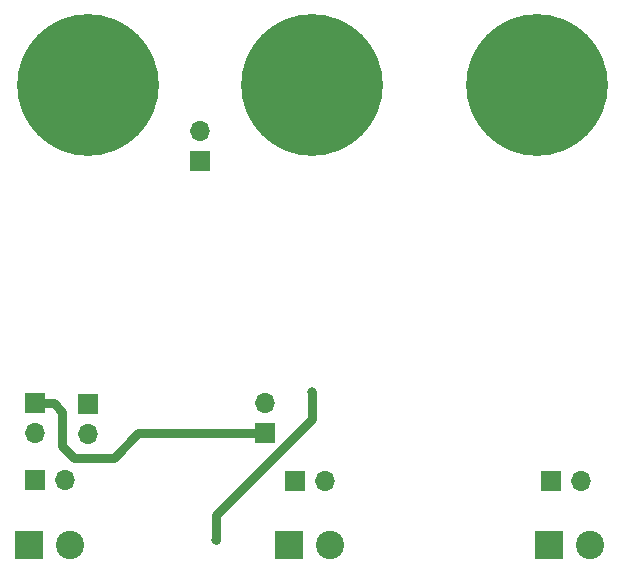
<source format=gbr>
G04 #@! TF.GenerationSoftware,KiCad,Pcbnew,(5.0.0)*
G04 #@! TF.CreationDate,2018-12-13T14:05:28+00:00*
G04 #@! TF.ProjectId,GiveMePower,476976654D65506F7765722E6B696361,rev?*
G04 #@! TF.SameCoordinates,Original*
G04 #@! TF.FileFunction,Copper,L2,Bot,Signal*
G04 #@! TF.FilePolarity,Positive*
%FSLAX46Y46*%
G04 Gerber Fmt 4.6, Leading zero omitted, Abs format (unit mm)*
G04 Created by KiCad (PCBNEW (5.0.0)) date 12/13/18 14:05:28*
%MOMM*%
%LPD*%
G01*
G04 APERTURE LIST*
G04 #@! TA.AperFunction,ComponentPad*
%ADD10R,1.700000X1.700000*%
G04 #@! TD*
G04 #@! TA.AperFunction,ComponentPad*
%ADD11O,1.700000X1.700000*%
G04 #@! TD*
G04 #@! TA.AperFunction,ComponentPad*
%ADD12R,2.400000X2.400000*%
G04 #@! TD*
G04 #@! TA.AperFunction,ComponentPad*
%ADD13C,2.400000*%
G04 #@! TD*
G04 #@! TA.AperFunction,ComponentPad*
%ADD14C,0.900000*%
G04 #@! TD*
G04 #@! TA.AperFunction,ComponentPad*
%ADD15C,12.000000*%
G04 #@! TD*
G04 #@! TA.AperFunction,ViaPad*
%ADD16C,0.800000*%
G04 #@! TD*
G04 #@! TA.AperFunction,Conductor*
%ADD17C,0.750000*%
G04 #@! TD*
G04 APERTURE END LIST*
D10*
G04 #@! TO.P,J1,1*
G04 #@! TO.N,/EarthGND*
X119500000Y-96500000D03*
D11*
G04 #@! TO.P,J1,2*
G04 #@! TO.N,GND*
X119500000Y-93960000D03*
G04 #@! TD*
G04 #@! TO.P,J2,2*
G04 #@! TO.N,/LowPassIn*
X125000000Y-117000000D03*
D10*
G04 #@! TO.P,J2,1*
G04 #@! TO.N,VCC*
X125000000Y-119540000D03*
G04 #@! TD*
G04 #@! TO.P,J3,1*
G04 #@! TO.N,VCC*
X105500000Y-117000000D03*
D11*
G04 #@! TO.P,J3,2*
G04 #@! TO.N,/OutputVCC*
X105500000Y-119540000D03*
G04 #@! TD*
G04 #@! TO.P,J4,2*
G04 #@! TO.N,/OutputVCC*
X110000000Y-119597001D03*
D10*
G04 #@! TO.P,J4,1*
G04 #@! TO.N,/LowPassOut*
X110000000Y-117057001D03*
G04 #@! TD*
D11*
G04 #@! TO.P,J5,2*
G04 #@! TO.N,GND*
X108040000Y-123500000D03*
D10*
G04 #@! TO.P,J5,1*
G04 #@! TO.N,/OutputVCC*
X105500000Y-123500000D03*
G04 #@! TD*
G04 #@! TO.P,J6,1*
G04 #@! TO.N,/Output3V3*
X149200000Y-123600000D03*
D11*
G04 #@! TO.P,J6,2*
G04 #@! TO.N,GND*
X151740000Y-123600000D03*
G04 #@! TD*
G04 #@! TO.P,J7,2*
G04 #@! TO.N,/AUXout*
X130040000Y-123600000D03*
D10*
G04 #@! TO.P,J7,1*
G04 #@! TO.N,/AUXIn*
X127500000Y-123600000D03*
G04 #@! TD*
D12*
G04 #@! TO.P,J8,1*
G04 #@! TO.N,/OutputVCC*
X105000000Y-129000000D03*
D13*
G04 #@! TO.P,J8,2*
G04 #@! TO.N,GND*
X108500000Y-129000000D03*
G04 #@! TD*
G04 #@! TO.P,J9,2*
G04 #@! TO.N,GND*
X152500000Y-129000000D03*
D12*
G04 #@! TO.P,J9,1*
G04 #@! TO.N,/Output3V3*
X149000000Y-129000000D03*
G04 #@! TD*
G04 #@! TO.P,J10,1*
G04 #@! TO.N,/AUXIn*
X127000000Y-129000000D03*
D13*
G04 #@! TO.P,J10,2*
G04 #@! TO.N,/AUXout*
X130500000Y-129000000D03*
G04 #@! TD*
D14*
G04 #@! TO.P,J11,1*
G04 #@! TO.N,VCC*
X151181981Y-86818019D03*
X148000000Y-85500000D03*
X144818019Y-86818019D03*
X143500000Y-90000000D03*
X144818019Y-93181981D03*
X148000000Y-94500000D03*
X151181981Y-93181981D03*
X152500000Y-90000000D03*
D15*
X148000000Y-90000000D03*
G04 #@! TD*
G04 #@! TO.P,J12,1*
G04 #@! TO.N,/EarthGND*
X129000000Y-90000000D03*
D14*
X133500000Y-90000000D03*
X132181981Y-93181981D03*
X129000000Y-94500000D03*
X125818019Y-93181981D03*
X124500000Y-90000000D03*
X125818019Y-86818019D03*
X129000000Y-85500000D03*
X132181981Y-86818019D03*
G04 #@! TD*
G04 #@! TO.P,J13,1*
G04 #@! TO.N,GND*
X113181981Y-86818019D03*
X110000000Y-85500000D03*
X106818019Y-86818019D03*
X105500000Y-90000000D03*
X106818019Y-93181981D03*
X110000000Y-94500000D03*
X113181981Y-93181981D03*
X114500000Y-90000000D03*
D15*
X110000000Y-90000000D03*
G04 #@! TD*
D16*
G04 #@! TO.N,/EarthGND*
X120800000Y-128600000D03*
X129000000Y-116000000D03*
G04 #@! TD*
D17*
G04 #@! TO.N,VCC*
X107100000Y-117000000D02*
X105500000Y-117000000D01*
X125000000Y-119540000D02*
X114260000Y-119540000D01*
X114260000Y-119540000D02*
X112200000Y-121600000D01*
X112200000Y-121600000D02*
X108800000Y-121600000D01*
X108800000Y-121600000D02*
X107800000Y-120600000D01*
X107800000Y-120600000D02*
X107800000Y-117700000D01*
X107800000Y-117700000D02*
X107100000Y-117000000D01*
G04 #@! TO.N,/EarthGND*
X120800000Y-126475002D02*
X126075002Y-121200000D01*
X120800000Y-128600000D02*
X120800000Y-126475002D01*
X126075002Y-121200000D02*
X129000000Y-118275002D01*
X129000000Y-118275002D02*
X129000000Y-116000000D01*
X129000000Y-116000000D02*
X129000000Y-116000000D01*
G04 #@! TD*
M02*

</source>
